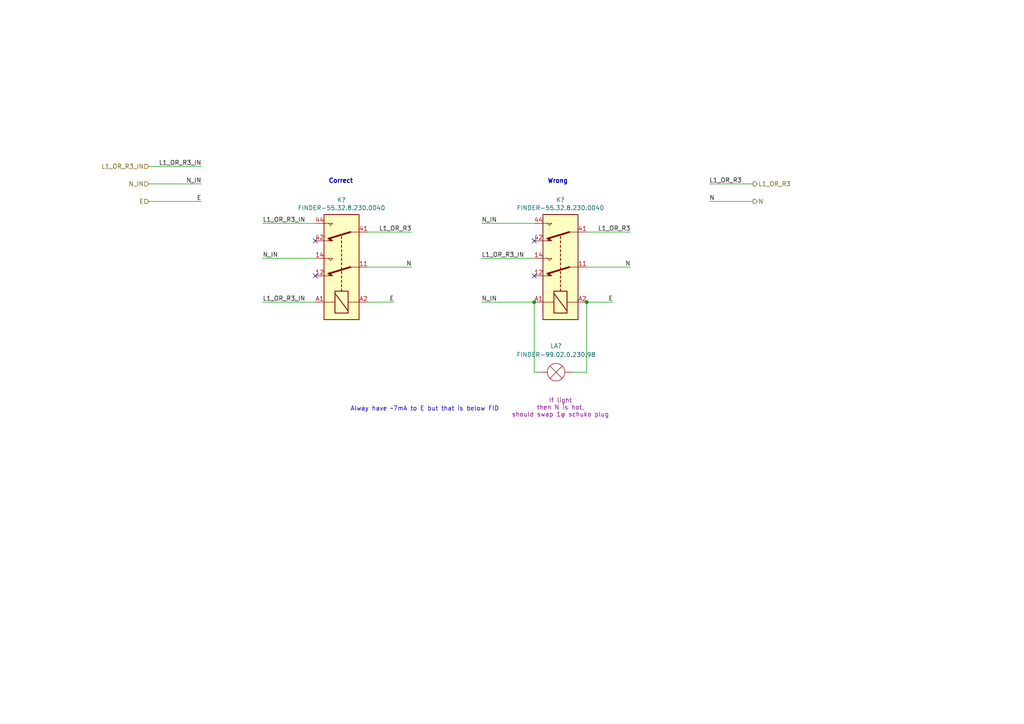
<source format=kicad_sch>
(kicad_sch (version 20211123) (generator eeschema)
  (paper "A4")
  (lib_symbols
    (symbol "Device:Lamp" (pin_numbers hide) (pin_names (offset 0.0254) hide)
      (property "Reference" "LA" (at 0.635 3.81 0))
      (property "Value" "Lamp" (at 0.635 -3.81 0))
      (symbol "Lamp_0_1"
        (polyline (pts (xy -1.778 1.778) (xy 1.778 -1.778)))
        (polyline (pts (xy 1.778 1.778) (xy -1.778 -1.778)))
        (circle (center 0 0) (radius 2.54))
      )
      (symbol "Lamp_1_1"
        (pin passive line (at 0 -5.08 90) (length 2.54) (name "-") (number "1"))
        (pin passive line (at 0 5.08 270) (length 2.54) (name "+") (number "2"))
      )
    )
    (symbol "FINDER-55.32.8.230.0040_1" (pin_names (offset 1.016))
      (property "Reference" "K" (at 16.51 3.81 0))
      (property "Value" "FINDER-55.32.8.230.0040_1" (at 16.51 1.27 0))
      (symbol "FINDER-55.32.8.230.0040_1_0_1"
        (rectangle (start -15.24 5.08) (end 15.24 -5.08) (stroke (width 0.254)) (fill (type background)))
        (rectangle (start -13.335 1.905) (end -6.985 -1.905) (stroke (width 0.254)))
        (polyline (pts (xy -12.7 -1.905) (xy -7.62 1.905)) (stroke (width 0.254)))
        (polyline (pts (xy -10.16 -5.08) (xy -10.16 -1.905)))
        (polyline (pts (xy -10.16 5.08) (xy -10.16 1.905)))
        (polyline (pts (xy -6.985 0) (xy -6.35 0)) (stroke (width 0.254)))
        (polyline (pts (xy -5.715 0) (xy -5.08 0)) (stroke (width 0.254)))
        (polyline (pts (xy -4.445 0) (xy -3.81 0)) (stroke (width 0.254)))
        (polyline (pts (xy -3.175 0) (xy -2.54 0)) (stroke (width 0.254)))
        (polyline (pts (xy -2.54 2.54) (xy -2.54 5.08)))
        (polyline (pts (xy -1.905 0) (xy -1.27 0)) (stroke (width 0.254)))
        (polyline (pts (xy -0.635 0) (xy 0 0)) (stroke (width 0.254)))
        (polyline (pts (xy 0 -2.54) (xy -1.905 3.81)) (stroke (width 0.508)))
        (polyline (pts (xy 0 -2.54) (xy 0 -5.08)))
        (polyline (pts (xy 0.635 0) (xy 1.27 0)) (stroke (width 0.254)))
        (polyline (pts (xy 1.905 0) (xy 2.54 0)) (stroke (width 0.254)))
        (polyline (pts (xy 2.54 2.54) (xy 2.54 5.08)))
        (polyline (pts (xy 3.175 0) (xy 3.81 0)) (stroke (width 0.254)))
        (polyline (pts (xy 4.445 0) (xy 5.08 0)) (stroke (width 0.254)))
        (polyline (pts (xy 5.715 0) (xy 6.35 0)) (stroke (width 0.254)))
        (polyline (pts (xy 6.985 0) (xy 7.62 0)) (stroke (width 0.254)))
        (polyline (pts (xy 7.62 2.54) (xy 7.62 5.08)))
        (polyline (pts (xy 8.255 0) (xy 8.89 0)) (stroke (width 0.254)))
        (polyline (pts (xy 10.16 -2.54) (xy 8.255 3.81)) (stroke (width 0.508)))
        (polyline (pts (xy 10.16 -2.54) (xy 10.16 -5.08)))
        (polyline (pts (xy 12.7 2.54) (xy 12.7 5.08)))
        (polyline (pts (xy -2.54 2.54) (xy -1.905 3.175) (xy -2.54 3.81)) (fill (type outline)))
        (polyline (pts (xy 2.54 2.54) (xy 1.905 3.175) (xy 2.54 3.81)))
        (polyline (pts (xy 7.62 2.54) (xy 8.255 3.175) (xy 7.62 3.81)) (fill (type outline)))
        (polyline (pts (xy 12.7 2.54) (xy 12.065 3.175) (xy 12.7 3.81)))
      )
      (symbol "FINDER-55.32.8.230.0040_1_1_1"
        (pin passive line (at 0 -7.62 90) (length 2.54) (name "~") (number "11"))
        (pin passive line (at -2.54 7.62 270) (length 2.54) (name "~") (number "12"))
        (pin passive line (at 2.54 7.62 270) (length 2.54) (name "~") (number "14"))
        (pin passive line (at 10.16 -7.62 90) (length 2.54) (name "~") (number "41"))
        (pin passive line (at 7.62 7.62 270) (length 2.54) (name "~") (number "42"))
        (pin passive line (at 12.7 7.62 270) (length 2.54) (name "~") (number "44"))
        (pin passive line (at -10.16 7.62 270) (length 2.54) (name "~") (number "A1"))
        (pin passive line (at -10.16 -7.62 90) (length 2.54) (name "~") (number "A2"))
      )
    )
    (symbol "Local_Relays:FINDER-55.32.8.230.0040" (pin_names (offset 1.016))
      (property "Reference" "K" (at 16.51 3.81 0))
      (property "Value" "FINDER-55.32.8.230.0040" (at 16.51 1.27 0))
      (symbol "FINDER-55.32.8.230.0040_0_1"
        (rectangle (start -15.24 5.08) (end 15.24 -5.08) (stroke (width 0.254)) (fill (type background)))
        (rectangle (start -13.335 1.905) (end -6.985 -1.905) (stroke (width 0.254)))
        (polyline (pts (xy -12.7 -1.905) (xy -7.62 1.905)) (stroke (width 0.254)))
        (polyline (pts (xy -10.16 -5.08) (xy -10.16 -1.905)))
        (polyline (pts (xy -10.16 5.08) (xy -10.16 1.905)))
        (polyline (pts (xy -6.985 0) (xy -6.35 0)) (stroke (width 0.254)))
        (polyline (pts (xy -5.715 0) (xy -5.08 0)) (stroke (width 0.254)))
        (polyline (pts (xy -4.445 0) (xy -3.81 0)) (stroke (width 0.254)))
        (polyline (pts (xy -3.175 0) (xy -2.54 0)) (stroke (width 0.254)))
        (polyline (pts (xy -2.54 2.54) (xy -2.54 5.08)))
        (polyline (pts (xy -1.905 0) (xy -1.27 0)) (stroke (width 0.254)))
        (polyline (pts (xy -0.635 0) (xy 0 0)) (stroke (width 0.254)))
        (polyline (pts (xy 0 -2.54) (xy -1.905 3.81)) (stroke (width 0.508)))
        (polyline (pts (xy 0 -2.54) (xy 0 -5.08)))
        (polyline (pts (xy 0.635 0) (xy 1.27 0)) (stroke (width 0.254)))
        (polyline (pts (xy 1.905 0) (xy 2.54 0)) (stroke (width 0.254)))
        (polyline (pts (xy 2.54 2.54) (xy 2.54 5.08)))
        (polyline (pts (xy 3.175 0) (xy 3.81 0)) (stroke (width 0.254)))
        (polyline (pts (xy 4.445 0) (xy 5.08 0)) (stroke (width 0.254)))
        (polyline (pts (xy 5.715 0) (xy 6.35 0)) (stroke (width 0.254)))
        (polyline (pts (xy 6.985 0) (xy 7.62 0)) (stroke (width 0.254)))
        (polyline (pts (xy 7.62 2.54) (xy 7.62 5.08)))
        (polyline (pts (xy 8.255 0) (xy 8.89 0)) (stroke (width 0.254)))
        (polyline (pts (xy 10.16 -2.54) (xy 8.255 3.81)) (stroke (width 0.508)))
        (polyline (pts (xy 10.16 -2.54) (xy 10.16 -5.08)))
        (polyline (pts (xy 12.7 2.54) (xy 12.7 5.08)))
        (polyline (pts (xy -2.54 2.54) (xy -1.905 3.175) (xy -2.54 3.81)) (fill (type outline)))
        (polyline (pts (xy 2.54 2.54) (xy 1.905 3.175) (xy 2.54 3.81)))
        (polyline (pts (xy 7.62 2.54) (xy 8.255 3.175) (xy 7.62 3.81)) (fill (type outline)))
        (polyline (pts (xy 12.7 2.54) (xy 12.065 3.175) (xy 12.7 3.81)))
      )
      (symbol "FINDER-55.32.8.230.0040_1_1"
        (pin passive line (at 0 -7.62 90) (length 2.54) (name "~") (number "11"))
        (pin passive line (at -2.54 7.62 270) (length 2.54) (name "~") (number "12"))
        (pin passive line (at 2.54 7.62 270) (length 2.54) (name "~") (number "14"))
        (pin passive line (at 10.16 -7.62 90) (length 2.54) (name "~") (number "41"))
        (pin passive line (at 7.62 7.62 270) (length 2.54) (name "~") (number "42"))
        (pin passive line (at 12.7 7.62 270) (length 2.54) (name "~") (number "44"))
        (pin passive line (at -10.16 7.62 270) (length 2.54) (name "~") (number "A1"))
        (pin passive line (at -10.16 -7.62 90) (length 2.54) (name "~") (number "A2"))
      )
    )
  )
  (junction (at 154.94 87.63))
  (junction (at 170.18 87.63))
  (no_connect (at 91.44 69.85))
  (no_connect (at 154.94 69.85))
  (no_connect (at 91.44 80.01))
  (no_connect (at 154.94 80.01))
  (wire (pts (xy 43.18 58.42) (xy 58.42 58.42)))
  (wire (pts (xy 58.42 53.34) (xy 43.18 53.34)))
  (wire (pts (xy 114.3 87.63) (xy 106.68 87.63)))
  (wire (pts (xy 156.21 107.95) (xy 154.94 107.95)))
  (wire (pts (xy 182.88 67.31) (xy 170.18 67.31)))
  (wire (pts (xy 58.42 48.26) (xy 43.18 48.26)))
  (wire (pts (xy 139.7 87.63) (xy 154.94 87.63)))
  (wire (pts (xy 76.2 74.93) (xy 91.44 74.93)))
  (wire (pts (xy 177.8 87.63) (xy 170.18 87.63)))
  (wire (pts (xy 76.2 87.63) (xy 91.44 87.63)))
  (wire (pts (xy 166.37 107.95) (xy 170.18 107.95)))
  (wire (pts (xy 154.94 107.95) (xy 154.94 87.63)))
  (wire (pts (xy 119.38 77.47) (xy 106.68 77.47)))
  (wire (pts (xy 182.88 77.47) (xy 170.18 77.47)))
  (wire (pts (xy 76.2 64.77) (xy 91.44 64.77)))
  (wire (pts (xy 170.18 107.95) (xy 170.18 87.63)))
  (wire (pts (xy 205.74 58.42) (xy 218.44 58.42)))
  (wire (pts (xy 139.7 74.93) (xy 154.94 74.93)))
  (wire (pts (xy 139.7 64.77) (xy 154.94 64.77)))
  (wire (pts (xy 205.74 53.34) (xy 218.44 53.34)))
  (wire (pts (xy 119.38 67.31) (xy 106.68 67.31)))
  (text "Wrong" (at 158.75 53.34 0) (effects (font (size 1.27 1.27) bold) (justify left bottom)))
  (text "Correct" (at 95.25 53.34 0) (effects (font (size 1.27 1.27) bold) (justify left bottom)))
  (text "Alway have ~7mA to E but that is below FID" (at 101.6 119.38 0) (effects (font (size 1.27 1.27)) (justify left bottom)))
  (label "E" (at 58.42 58.42 180))
  (label "N" (at 119.38 77.47 180))
  (label "L1_OR_R3_IN" (at 58.42 48.26 180))
  (label "N" (at 205.74 58.42 0))
  (label "N_IN" (at 139.7 87.63 0))
  (label "E" (at 177.8 87.63 180))
  (label "N" (at 182.88 77.47 180))
  (label "E" (at 114.3 87.63 180))
  (label "N_IN" (at 139.7 64.77 0))
  (label "L1_OR_R3_IN" (at 139.7 74.93 0))
  (label "L1_OR_R3_IN" (at 76.2 87.63 0))
  (label "L1_OR_R3" (at 205.74 53.34 0))
  (label "L1_OR_R3" (at 119.38 67.31 180))
  (label "N_IN" (at 58.42 53.34 180))
  (label "N_IN" (at 76.2 74.93 0))
  (label "L1_OR_R3_IN" (at 76.2 64.77 0))
  (label "L1_OR_R3" (at 182.88 67.31 180))
  (hierarchical_label "N_IN" (shape input) (at 43.18 53.34 180))
  (hierarchical_label "L1_OR_R3" (shape output) (at 218.44 53.34 0))
  (hierarchical_label "L1_OR_R3_IN" (shape input) (at 43.18 48.26 180))
  (hierarchical_label "N" (shape output) (at 218.44 58.42 0))
  (hierarchical_label "E" (shape input) (at 43.18 58.42 180))
  (symbol (lib_name "FINDER-55.32.8.230.0040_1") (lib_id "Local_Relays:FINDER-55.32.8.230.0040") (at 99.06 77.47 90) (unit 1)
    (property "Reference" "K?" (at 99.06 57.9882 90))
    (property "Value" "FINDER-55.32.8.230.0040" (at 99.06 60.2996 90))
    (property "Footprint" "Relay_THT:Relay_DPDT_Finder_40.52" (effects hide))
    (property "Datasheet" "https://www.tme.eu/Document/59d1ac3347a64a8ec461ed3ffae7e5ea/s55en.pdf" (effects hide))
  )
  (symbol (lib_id "Local_Relays:FINDER-55.32.8.230.0040") (at 162.56 77.47 90) (unit 1)
    (property "Reference" "K?" (at 162.56 57.9882 90))
    (property "Value" "FINDER-55.32.8.230.0040" (at 162.56 60.2996 90))
    (property "Footprint" "Relay_THT:Relay_DPDT_Finder_40.52" (effects hide))
    (property "Datasheet" "https://www.tme.eu/Document/59d1ac3347a64a8ec461ed3ffae7e5ea/s55en.pdf" (effects hide))
  )
  (symbol (lib_id "Device:Lamp") (at 161.29 107.95 90) (unit 1)
    (property "Reference" "LA?" (at 161.29 100.33 90))
    (property "Value" "FINDER-99.02.0.230.98" (at 161.29 102.87 90))
    (property "Comment" "If light\nthen N is hot,\nshould swap 1φ schuko plug" (at 162.56 118.11 90))
  )
)
</source>
